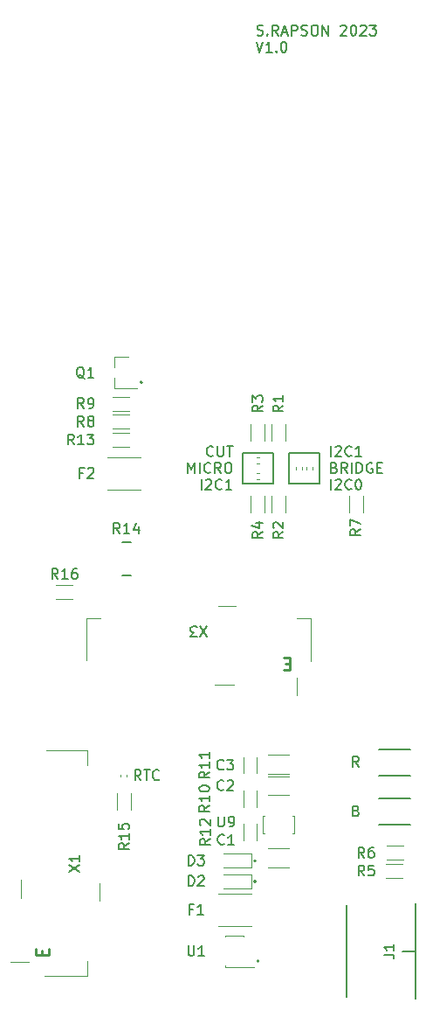
<source format=gbr>
%TF.GenerationSoftware,KiCad,Pcbnew,7.0.6*%
%TF.CreationDate,2023-08-09T14:48:53+09:30*%
%TF.ProjectId,backplane,6261636b-706c-4616-9e65-2e6b69636164,V1.0*%
%TF.SameCoordinates,Original*%
%TF.FileFunction,Legend,Top*%
%TF.FilePolarity,Positive*%
%FSLAX46Y46*%
G04 Gerber Fmt 4.6, Leading zero omitted, Abs format (unit mm)*
G04 Created by KiCad (PCBNEW 7.0.6) date 2023-08-09 14:48:53*
%MOMM*%
%LPD*%
G01*
G04 APERTURE LIST*
%ADD10C,0.200000*%
%ADD11C,0.150000*%
%ADD12C,0.250000*%
%ADD13C,0.100000*%
%ADD14C,0.120000*%
G04 APERTURE END LIST*
D10*
X138541101Y-125652219D02*
X138207768Y-125176028D01*
X137969673Y-125652219D02*
X137969673Y-124652219D01*
X137969673Y-124652219D02*
X138350625Y-124652219D01*
X138350625Y-124652219D02*
X138445863Y-124699838D01*
X138445863Y-124699838D02*
X138493482Y-124747457D01*
X138493482Y-124747457D02*
X138541101Y-124842695D01*
X138541101Y-124842695D02*
X138541101Y-124985552D01*
X138541101Y-124985552D02*
X138493482Y-125080790D01*
X138493482Y-125080790D02*
X138445863Y-125128409D01*
X138445863Y-125128409D02*
X138350625Y-125176028D01*
X138350625Y-125176028D02*
X137969673Y-125176028D01*
X138303006Y-129928409D02*
X138445863Y-129976028D01*
X138445863Y-129976028D02*
X138493482Y-130023647D01*
X138493482Y-130023647D02*
X138541101Y-130118885D01*
X138541101Y-130118885D02*
X138541101Y-130261742D01*
X138541101Y-130261742D02*
X138493482Y-130356980D01*
X138493482Y-130356980D02*
X138445863Y-130404600D01*
X138445863Y-130404600D02*
X138350625Y-130452219D01*
X138350625Y-130452219D02*
X137969673Y-130452219D01*
X137969673Y-130452219D02*
X137969673Y-129452219D01*
X137969673Y-129452219D02*
X138303006Y-129452219D01*
X138303006Y-129452219D02*
X138398244Y-129499838D01*
X138398244Y-129499838D02*
X138445863Y-129547457D01*
X138445863Y-129547457D02*
X138493482Y-129642695D01*
X138493482Y-129642695D02*
X138493482Y-129737933D01*
X138493482Y-129737933D02*
X138445863Y-129833171D01*
X138445863Y-129833171D02*
X138398244Y-129880790D01*
X138398244Y-129880790D02*
X138303006Y-129928409D01*
X138303006Y-129928409D02*
X137969673Y-129928409D01*
D11*
X128689160Y-54802200D02*
X128832017Y-54849819D01*
X128832017Y-54849819D02*
X129070112Y-54849819D01*
X129070112Y-54849819D02*
X129165350Y-54802200D01*
X129165350Y-54802200D02*
X129212969Y-54754580D01*
X129212969Y-54754580D02*
X129260588Y-54659342D01*
X129260588Y-54659342D02*
X129260588Y-54564104D01*
X129260588Y-54564104D02*
X129212969Y-54468866D01*
X129212969Y-54468866D02*
X129165350Y-54421247D01*
X129165350Y-54421247D02*
X129070112Y-54373628D01*
X129070112Y-54373628D02*
X128879636Y-54326009D01*
X128879636Y-54326009D02*
X128784398Y-54278390D01*
X128784398Y-54278390D02*
X128736779Y-54230771D01*
X128736779Y-54230771D02*
X128689160Y-54135533D01*
X128689160Y-54135533D02*
X128689160Y-54040295D01*
X128689160Y-54040295D02*
X128736779Y-53945057D01*
X128736779Y-53945057D02*
X128784398Y-53897438D01*
X128784398Y-53897438D02*
X128879636Y-53849819D01*
X128879636Y-53849819D02*
X129117731Y-53849819D01*
X129117731Y-53849819D02*
X129260588Y-53897438D01*
X129689160Y-54754580D02*
X129736779Y-54802200D01*
X129736779Y-54802200D02*
X129689160Y-54849819D01*
X129689160Y-54849819D02*
X129641541Y-54802200D01*
X129641541Y-54802200D02*
X129689160Y-54754580D01*
X129689160Y-54754580D02*
X129689160Y-54849819D01*
X130736778Y-54849819D02*
X130403445Y-54373628D01*
X130165350Y-54849819D02*
X130165350Y-53849819D01*
X130165350Y-53849819D02*
X130546302Y-53849819D01*
X130546302Y-53849819D02*
X130641540Y-53897438D01*
X130641540Y-53897438D02*
X130689159Y-53945057D01*
X130689159Y-53945057D02*
X130736778Y-54040295D01*
X130736778Y-54040295D02*
X130736778Y-54183152D01*
X130736778Y-54183152D02*
X130689159Y-54278390D01*
X130689159Y-54278390D02*
X130641540Y-54326009D01*
X130641540Y-54326009D02*
X130546302Y-54373628D01*
X130546302Y-54373628D02*
X130165350Y-54373628D01*
X131117731Y-54564104D02*
X131593921Y-54564104D01*
X131022493Y-54849819D02*
X131355826Y-53849819D01*
X131355826Y-53849819D02*
X131689159Y-54849819D01*
X132022493Y-54849819D02*
X132022493Y-53849819D01*
X132022493Y-53849819D02*
X132403445Y-53849819D01*
X132403445Y-53849819D02*
X132498683Y-53897438D01*
X132498683Y-53897438D02*
X132546302Y-53945057D01*
X132546302Y-53945057D02*
X132593921Y-54040295D01*
X132593921Y-54040295D02*
X132593921Y-54183152D01*
X132593921Y-54183152D02*
X132546302Y-54278390D01*
X132546302Y-54278390D02*
X132498683Y-54326009D01*
X132498683Y-54326009D02*
X132403445Y-54373628D01*
X132403445Y-54373628D02*
X132022493Y-54373628D01*
X132974874Y-54802200D02*
X133117731Y-54849819D01*
X133117731Y-54849819D02*
X133355826Y-54849819D01*
X133355826Y-54849819D02*
X133451064Y-54802200D01*
X133451064Y-54802200D02*
X133498683Y-54754580D01*
X133498683Y-54754580D02*
X133546302Y-54659342D01*
X133546302Y-54659342D02*
X133546302Y-54564104D01*
X133546302Y-54564104D02*
X133498683Y-54468866D01*
X133498683Y-54468866D02*
X133451064Y-54421247D01*
X133451064Y-54421247D02*
X133355826Y-54373628D01*
X133355826Y-54373628D02*
X133165350Y-54326009D01*
X133165350Y-54326009D02*
X133070112Y-54278390D01*
X133070112Y-54278390D02*
X133022493Y-54230771D01*
X133022493Y-54230771D02*
X132974874Y-54135533D01*
X132974874Y-54135533D02*
X132974874Y-54040295D01*
X132974874Y-54040295D02*
X133022493Y-53945057D01*
X133022493Y-53945057D02*
X133070112Y-53897438D01*
X133070112Y-53897438D02*
X133165350Y-53849819D01*
X133165350Y-53849819D02*
X133403445Y-53849819D01*
X133403445Y-53849819D02*
X133546302Y-53897438D01*
X134165350Y-53849819D02*
X134355826Y-53849819D01*
X134355826Y-53849819D02*
X134451064Y-53897438D01*
X134451064Y-53897438D02*
X134546302Y-53992676D01*
X134546302Y-53992676D02*
X134593921Y-54183152D01*
X134593921Y-54183152D02*
X134593921Y-54516485D01*
X134593921Y-54516485D02*
X134546302Y-54706961D01*
X134546302Y-54706961D02*
X134451064Y-54802200D01*
X134451064Y-54802200D02*
X134355826Y-54849819D01*
X134355826Y-54849819D02*
X134165350Y-54849819D01*
X134165350Y-54849819D02*
X134070112Y-54802200D01*
X134070112Y-54802200D02*
X133974874Y-54706961D01*
X133974874Y-54706961D02*
X133927255Y-54516485D01*
X133927255Y-54516485D02*
X133927255Y-54183152D01*
X133927255Y-54183152D02*
X133974874Y-53992676D01*
X133974874Y-53992676D02*
X134070112Y-53897438D01*
X134070112Y-53897438D02*
X134165350Y-53849819D01*
X135022493Y-54849819D02*
X135022493Y-53849819D01*
X135022493Y-53849819D02*
X135593921Y-54849819D01*
X135593921Y-54849819D02*
X135593921Y-53849819D01*
X136784398Y-53945057D02*
X136832017Y-53897438D01*
X136832017Y-53897438D02*
X136927255Y-53849819D01*
X136927255Y-53849819D02*
X137165350Y-53849819D01*
X137165350Y-53849819D02*
X137260588Y-53897438D01*
X137260588Y-53897438D02*
X137308207Y-53945057D01*
X137308207Y-53945057D02*
X137355826Y-54040295D01*
X137355826Y-54040295D02*
X137355826Y-54135533D01*
X137355826Y-54135533D02*
X137308207Y-54278390D01*
X137308207Y-54278390D02*
X136736779Y-54849819D01*
X136736779Y-54849819D02*
X137355826Y-54849819D01*
X137974874Y-53849819D02*
X138070112Y-53849819D01*
X138070112Y-53849819D02*
X138165350Y-53897438D01*
X138165350Y-53897438D02*
X138212969Y-53945057D01*
X138212969Y-53945057D02*
X138260588Y-54040295D01*
X138260588Y-54040295D02*
X138308207Y-54230771D01*
X138308207Y-54230771D02*
X138308207Y-54468866D01*
X138308207Y-54468866D02*
X138260588Y-54659342D01*
X138260588Y-54659342D02*
X138212969Y-54754580D01*
X138212969Y-54754580D02*
X138165350Y-54802200D01*
X138165350Y-54802200D02*
X138070112Y-54849819D01*
X138070112Y-54849819D02*
X137974874Y-54849819D01*
X137974874Y-54849819D02*
X137879636Y-54802200D01*
X137879636Y-54802200D02*
X137832017Y-54754580D01*
X137832017Y-54754580D02*
X137784398Y-54659342D01*
X137784398Y-54659342D02*
X137736779Y-54468866D01*
X137736779Y-54468866D02*
X137736779Y-54230771D01*
X137736779Y-54230771D02*
X137784398Y-54040295D01*
X137784398Y-54040295D02*
X137832017Y-53945057D01*
X137832017Y-53945057D02*
X137879636Y-53897438D01*
X137879636Y-53897438D02*
X137974874Y-53849819D01*
X138689160Y-53945057D02*
X138736779Y-53897438D01*
X138736779Y-53897438D02*
X138832017Y-53849819D01*
X138832017Y-53849819D02*
X139070112Y-53849819D01*
X139070112Y-53849819D02*
X139165350Y-53897438D01*
X139165350Y-53897438D02*
X139212969Y-53945057D01*
X139212969Y-53945057D02*
X139260588Y-54040295D01*
X139260588Y-54040295D02*
X139260588Y-54135533D01*
X139260588Y-54135533D02*
X139212969Y-54278390D01*
X139212969Y-54278390D02*
X138641541Y-54849819D01*
X138641541Y-54849819D02*
X139260588Y-54849819D01*
X139593922Y-53849819D02*
X140212969Y-53849819D01*
X140212969Y-53849819D02*
X139879636Y-54230771D01*
X139879636Y-54230771D02*
X140022493Y-54230771D01*
X140022493Y-54230771D02*
X140117731Y-54278390D01*
X140117731Y-54278390D02*
X140165350Y-54326009D01*
X140165350Y-54326009D02*
X140212969Y-54421247D01*
X140212969Y-54421247D02*
X140212969Y-54659342D01*
X140212969Y-54659342D02*
X140165350Y-54754580D01*
X140165350Y-54754580D02*
X140117731Y-54802200D01*
X140117731Y-54802200D02*
X140022493Y-54849819D01*
X140022493Y-54849819D02*
X139736779Y-54849819D01*
X139736779Y-54849819D02*
X139641541Y-54802200D01*
X139641541Y-54802200D02*
X139593922Y-54754580D01*
X128593922Y-55459819D02*
X128927255Y-56459819D01*
X128927255Y-56459819D02*
X129260588Y-55459819D01*
X130117731Y-56459819D02*
X129546303Y-56459819D01*
X129832017Y-56459819D02*
X129832017Y-55459819D01*
X129832017Y-55459819D02*
X129736779Y-55602676D01*
X129736779Y-55602676D02*
X129641541Y-55697914D01*
X129641541Y-55697914D02*
X129546303Y-55745533D01*
X130546303Y-56364580D02*
X130593922Y-56412200D01*
X130593922Y-56412200D02*
X130546303Y-56459819D01*
X130546303Y-56459819D02*
X130498684Y-56412200D01*
X130498684Y-56412200D02*
X130546303Y-56364580D01*
X130546303Y-56364580D02*
X130546303Y-56459819D01*
X131212969Y-55459819D02*
X131308207Y-55459819D01*
X131308207Y-55459819D02*
X131403445Y-55507438D01*
X131403445Y-55507438D02*
X131451064Y-55555057D01*
X131451064Y-55555057D02*
X131498683Y-55650295D01*
X131498683Y-55650295D02*
X131546302Y-55840771D01*
X131546302Y-55840771D02*
X131546302Y-56078866D01*
X131546302Y-56078866D02*
X131498683Y-56269342D01*
X131498683Y-56269342D02*
X131451064Y-56364580D01*
X131451064Y-56364580D02*
X131403445Y-56412200D01*
X131403445Y-56412200D02*
X131308207Y-56459819D01*
X131308207Y-56459819D02*
X131212969Y-56459819D01*
X131212969Y-56459819D02*
X131117731Y-56412200D01*
X131117731Y-56412200D02*
X131070112Y-56364580D01*
X131070112Y-56364580D02*
X131022493Y-56269342D01*
X131022493Y-56269342D02*
X130974874Y-56078866D01*
X130974874Y-56078866D02*
X130974874Y-55840771D01*
X130974874Y-55840771D02*
X131022493Y-55650295D01*
X131022493Y-55650295D02*
X131070112Y-55555057D01*
X131070112Y-55555057D02*
X131117731Y-55507438D01*
X131117731Y-55507438D02*
X131212969Y-55459819D01*
X127250000Y-95250000D02*
X130250000Y-95250000D01*
X130250000Y-98250000D01*
X127250000Y-98250000D01*
X127250000Y-95250000D01*
X131750000Y-95250000D02*
X134750000Y-95250000D01*
X134750000Y-98250000D01*
X131750000Y-98250000D01*
X131750000Y-95250000D01*
X117408207Y-126954819D02*
X117074874Y-126478628D01*
X116836779Y-126954819D02*
X116836779Y-125954819D01*
X116836779Y-125954819D02*
X117217731Y-125954819D01*
X117217731Y-125954819D02*
X117312969Y-126002438D01*
X117312969Y-126002438D02*
X117360588Y-126050057D01*
X117360588Y-126050057D02*
X117408207Y-126145295D01*
X117408207Y-126145295D02*
X117408207Y-126288152D01*
X117408207Y-126288152D02*
X117360588Y-126383390D01*
X117360588Y-126383390D02*
X117312969Y-126431009D01*
X117312969Y-126431009D02*
X117217731Y-126478628D01*
X117217731Y-126478628D02*
X116836779Y-126478628D01*
X117693922Y-125954819D02*
X118265350Y-125954819D01*
X117979636Y-126954819D02*
X117979636Y-125954819D01*
X119170112Y-126859580D02*
X119122493Y-126907200D01*
X119122493Y-126907200D02*
X118979636Y-126954819D01*
X118979636Y-126954819D02*
X118884398Y-126954819D01*
X118884398Y-126954819D02*
X118741541Y-126907200D01*
X118741541Y-126907200D02*
X118646303Y-126811961D01*
X118646303Y-126811961D02*
X118598684Y-126716723D01*
X118598684Y-126716723D02*
X118551065Y-126526247D01*
X118551065Y-126526247D02*
X118551065Y-126383390D01*
X118551065Y-126383390D02*
X118598684Y-126192914D01*
X118598684Y-126192914D02*
X118646303Y-126097676D01*
X118646303Y-126097676D02*
X118741541Y-126002438D01*
X118741541Y-126002438D02*
X118884398Y-125954819D01*
X118884398Y-125954819D02*
X118979636Y-125954819D01*
X118979636Y-125954819D02*
X119122493Y-126002438D01*
X119122493Y-126002438D02*
X119170112Y-126050057D01*
X124401315Y-95499580D02*
X124353696Y-95547200D01*
X124353696Y-95547200D02*
X124210839Y-95594819D01*
X124210839Y-95594819D02*
X124115601Y-95594819D01*
X124115601Y-95594819D02*
X123972744Y-95547200D01*
X123972744Y-95547200D02*
X123877506Y-95451961D01*
X123877506Y-95451961D02*
X123829887Y-95356723D01*
X123829887Y-95356723D02*
X123782268Y-95166247D01*
X123782268Y-95166247D02*
X123782268Y-95023390D01*
X123782268Y-95023390D02*
X123829887Y-94832914D01*
X123829887Y-94832914D02*
X123877506Y-94737676D01*
X123877506Y-94737676D02*
X123972744Y-94642438D01*
X123972744Y-94642438D02*
X124115601Y-94594819D01*
X124115601Y-94594819D02*
X124210839Y-94594819D01*
X124210839Y-94594819D02*
X124353696Y-94642438D01*
X124353696Y-94642438D02*
X124401315Y-94690057D01*
X124829887Y-94594819D02*
X124829887Y-95404342D01*
X124829887Y-95404342D02*
X124877506Y-95499580D01*
X124877506Y-95499580D02*
X124925125Y-95547200D01*
X124925125Y-95547200D02*
X125020363Y-95594819D01*
X125020363Y-95594819D02*
X125210839Y-95594819D01*
X125210839Y-95594819D02*
X125306077Y-95547200D01*
X125306077Y-95547200D02*
X125353696Y-95499580D01*
X125353696Y-95499580D02*
X125401315Y-95404342D01*
X125401315Y-95404342D02*
X125401315Y-94594819D01*
X125734649Y-94594819D02*
X126306077Y-94594819D01*
X126020363Y-95594819D02*
X126020363Y-94594819D01*
X121972745Y-97204819D02*
X121972745Y-96204819D01*
X121972745Y-96204819D02*
X122306078Y-96919104D01*
X122306078Y-96919104D02*
X122639411Y-96204819D01*
X122639411Y-96204819D02*
X122639411Y-97204819D01*
X123115602Y-97204819D02*
X123115602Y-96204819D01*
X124163220Y-97109580D02*
X124115601Y-97157200D01*
X124115601Y-97157200D02*
X123972744Y-97204819D01*
X123972744Y-97204819D02*
X123877506Y-97204819D01*
X123877506Y-97204819D02*
X123734649Y-97157200D01*
X123734649Y-97157200D02*
X123639411Y-97061961D01*
X123639411Y-97061961D02*
X123591792Y-96966723D01*
X123591792Y-96966723D02*
X123544173Y-96776247D01*
X123544173Y-96776247D02*
X123544173Y-96633390D01*
X123544173Y-96633390D02*
X123591792Y-96442914D01*
X123591792Y-96442914D02*
X123639411Y-96347676D01*
X123639411Y-96347676D02*
X123734649Y-96252438D01*
X123734649Y-96252438D02*
X123877506Y-96204819D01*
X123877506Y-96204819D02*
X123972744Y-96204819D01*
X123972744Y-96204819D02*
X124115601Y-96252438D01*
X124115601Y-96252438D02*
X124163220Y-96300057D01*
X125163220Y-97204819D02*
X124829887Y-96728628D01*
X124591792Y-97204819D02*
X124591792Y-96204819D01*
X124591792Y-96204819D02*
X124972744Y-96204819D01*
X124972744Y-96204819D02*
X125067982Y-96252438D01*
X125067982Y-96252438D02*
X125115601Y-96300057D01*
X125115601Y-96300057D02*
X125163220Y-96395295D01*
X125163220Y-96395295D02*
X125163220Y-96538152D01*
X125163220Y-96538152D02*
X125115601Y-96633390D01*
X125115601Y-96633390D02*
X125067982Y-96681009D01*
X125067982Y-96681009D02*
X124972744Y-96728628D01*
X124972744Y-96728628D02*
X124591792Y-96728628D01*
X125782268Y-96204819D02*
X125972744Y-96204819D01*
X125972744Y-96204819D02*
X126067982Y-96252438D01*
X126067982Y-96252438D02*
X126163220Y-96347676D01*
X126163220Y-96347676D02*
X126210839Y-96538152D01*
X126210839Y-96538152D02*
X126210839Y-96871485D01*
X126210839Y-96871485D02*
X126163220Y-97061961D01*
X126163220Y-97061961D02*
X126067982Y-97157200D01*
X126067982Y-97157200D02*
X125972744Y-97204819D01*
X125972744Y-97204819D02*
X125782268Y-97204819D01*
X125782268Y-97204819D02*
X125687030Y-97157200D01*
X125687030Y-97157200D02*
X125591792Y-97061961D01*
X125591792Y-97061961D02*
X125544173Y-96871485D01*
X125544173Y-96871485D02*
X125544173Y-96538152D01*
X125544173Y-96538152D02*
X125591792Y-96347676D01*
X125591792Y-96347676D02*
X125687030Y-96252438D01*
X125687030Y-96252438D02*
X125782268Y-96204819D01*
X123258459Y-98814819D02*
X123258459Y-97814819D01*
X123687030Y-97910057D02*
X123734649Y-97862438D01*
X123734649Y-97862438D02*
X123829887Y-97814819D01*
X123829887Y-97814819D02*
X124067982Y-97814819D01*
X124067982Y-97814819D02*
X124163220Y-97862438D01*
X124163220Y-97862438D02*
X124210839Y-97910057D01*
X124210839Y-97910057D02*
X124258458Y-98005295D01*
X124258458Y-98005295D02*
X124258458Y-98100533D01*
X124258458Y-98100533D02*
X124210839Y-98243390D01*
X124210839Y-98243390D02*
X123639411Y-98814819D01*
X123639411Y-98814819D02*
X124258458Y-98814819D01*
X125258458Y-98719580D02*
X125210839Y-98767200D01*
X125210839Y-98767200D02*
X125067982Y-98814819D01*
X125067982Y-98814819D02*
X124972744Y-98814819D01*
X124972744Y-98814819D02*
X124829887Y-98767200D01*
X124829887Y-98767200D02*
X124734649Y-98671961D01*
X124734649Y-98671961D02*
X124687030Y-98576723D01*
X124687030Y-98576723D02*
X124639411Y-98386247D01*
X124639411Y-98386247D02*
X124639411Y-98243390D01*
X124639411Y-98243390D02*
X124687030Y-98052914D01*
X124687030Y-98052914D02*
X124734649Y-97957676D01*
X124734649Y-97957676D02*
X124829887Y-97862438D01*
X124829887Y-97862438D02*
X124972744Y-97814819D01*
X124972744Y-97814819D02*
X125067982Y-97814819D01*
X125067982Y-97814819D02*
X125210839Y-97862438D01*
X125210839Y-97862438D02*
X125258458Y-97910057D01*
X126210839Y-98814819D02*
X125639411Y-98814819D01*
X125925125Y-98814819D02*
X125925125Y-97814819D01*
X125925125Y-97814819D02*
X125829887Y-97957676D01*
X125829887Y-97957676D02*
X125734649Y-98052914D01*
X125734649Y-98052914D02*
X125639411Y-98100533D01*
X135836779Y-95594819D02*
X135836779Y-94594819D01*
X136265350Y-94690057D02*
X136312969Y-94642438D01*
X136312969Y-94642438D02*
X136408207Y-94594819D01*
X136408207Y-94594819D02*
X136646302Y-94594819D01*
X136646302Y-94594819D02*
X136741540Y-94642438D01*
X136741540Y-94642438D02*
X136789159Y-94690057D01*
X136789159Y-94690057D02*
X136836778Y-94785295D01*
X136836778Y-94785295D02*
X136836778Y-94880533D01*
X136836778Y-94880533D02*
X136789159Y-95023390D01*
X136789159Y-95023390D02*
X136217731Y-95594819D01*
X136217731Y-95594819D02*
X136836778Y-95594819D01*
X137836778Y-95499580D02*
X137789159Y-95547200D01*
X137789159Y-95547200D02*
X137646302Y-95594819D01*
X137646302Y-95594819D02*
X137551064Y-95594819D01*
X137551064Y-95594819D02*
X137408207Y-95547200D01*
X137408207Y-95547200D02*
X137312969Y-95451961D01*
X137312969Y-95451961D02*
X137265350Y-95356723D01*
X137265350Y-95356723D02*
X137217731Y-95166247D01*
X137217731Y-95166247D02*
X137217731Y-95023390D01*
X137217731Y-95023390D02*
X137265350Y-94832914D01*
X137265350Y-94832914D02*
X137312969Y-94737676D01*
X137312969Y-94737676D02*
X137408207Y-94642438D01*
X137408207Y-94642438D02*
X137551064Y-94594819D01*
X137551064Y-94594819D02*
X137646302Y-94594819D01*
X137646302Y-94594819D02*
X137789159Y-94642438D01*
X137789159Y-94642438D02*
X137836778Y-94690057D01*
X138789159Y-95594819D02*
X138217731Y-95594819D01*
X138503445Y-95594819D02*
X138503445Y-94594819D01*
X138503445Y-94594819D02*
X138408207Y-94737676D01*
X138408207Y-94737676D02*
X138312969Y-94832914D01*
X138312969Y-94832914D02*
X138217731Y-94880533D01*
X136170112Y-96681009D02*
X136312969Y-96728628D01*
X136312969Y-96728628D02*
X136360588Y-96776247D01*
X136360588Y-96776247D02*
X136408207Y-96871485D01*
X136408207Y-96871485D02*
X136408207Y-97014342D01*
X136408207Y-97014342D02*
X136360588Y-97109580D01*
X136360588Y-97109580D02*
X136312969Y-97157200D01*
X136312969Y-97157200D02*
X136217731Y-97204819D01*
X136217731Y-97204819D02*
X135836779Y-97204819D01*
X135836779Y-97204819D02*
X135836779Y-96204819D01*
X135836779Y-96204819D02*
X136170112Y-96204819D01*
X136170112Y-96204819D02*
X136265350Y-96252438D01*
X136265350Y-96252438D02*
X136312969Y-96300057D01*
X136312969Y-96300057D02*
X136360588Y-96395295D01*
X136360588Y-96395295D02*
X136360588Y-96490533D01*
X136360588Y-96490533D02*
X136312969Y-96585771D01*
X136312969Y-96585771D02*
X136265350Y-96633390D01*
X136265350Y-96633390D02*
X136170112Y-96681009D01*
X136170112Y-96681009D02*
X135836779Y-96681009D01*
X137408207Y-97204819D02*
X137074874Y-96728628D01*
X136836779Y-97204819D02*
X136836779Y-96204819D01*
X136836779Y-96204819D02*
X137217731Y-96204819D01*
X137217731Y-96204819D02*
X137312969Y-96252438D01*
X137312969Y-96252438D02*
X137360588Y-96300057D01*
X137360588Y-96300057D02*
X137408207Y-96395295D01*
X137408207Y-96395295D02*
X137408207Y-96538152D01*
X137408207Y-96538152D02*
X137360588Y-96633390D01*
X137360588Y-96633390D02*
X137312969Y-96681009D01*
X137312969Y-96681009D02*
X137217731Y-96728628D01*
X137217731Y-96728628D02*
X136836779Y-96728628D01*
X137836779Y-97204819D02*
X137836779Y-96204819D01*
X138312969Y-97204819D02*
X138312969Y-96204819D01*
X138312969Y-96204819D02*
X138551064Y-96204819D01*
X138551064Y-96204819D02*
X138693921Y-96252438D01*
X138693921Y-96252438D02*
X138789159Y-96347676D01*
X138789159Y-96347676D02*
X138836778Y-96442914D01*
X138836778Y-96442914D02*
X138884397Y-96633390D01*
X138884397Y-96633390D02*
X138884397Y-96776247D01*
X138884397Y-96776247D02*
X138836778Y-96966723D01*
X138836778Y-96966723D02*
X138789159Y-97061961D01*
X138789159Y-97061961D02*
X138693921Y-97157200D01*
X138693921Y-97157200D02*
X138551064Y-97204819D01*
X138551064Y-97204819D02*
X138312969Y-97204819D01*
X139836778Y-96252438D02*
X139741540Y-96204819D01*
X139741540Y-96204819D02*
X139598683Y-96204819D01*
X139598683Y-96204819D02*
X139455826Y-96252438D01*
X139455826Y-96252438D02*
X139360588Y-96347676D01*
X139360588Y-96347676D02*
X139312969Y-96442914D01*
X139312969Y-96442914D02*
X139265350Y-96633390D01*
X139265350Y-96633390D02*
X139265350Y-96776247D01*
X139265350Y-96776247D02*
X139312969Y-96966723D01*
X139312969Y-96966723D02*
X139360588Y-97061961D01*
X139360588Y-97061961D02*
X139455826Y-97157200D01*
X139455826Y-97157200D02*
X139598683Y-97204819D01*
X139598683Y-97204819D02*
X139693921Y-97204819D01*
X139693921Y-97204819D02*
X139836778Y-97157200D01*
X139836778Y-97157200D02*
X139884397Y-97109580D01*
X139884397Y-97109580D02*
X139884397Y-96776247D01*
X139884397Y-96776247D02*
X139693921Y-96776247D01*
X140312969Y-96681009D02*
X140646302Y-96681009D01*
X140789159Y-97204819D02*
X140312969Y-97204819D01*
X140312969Y-97204819D02*
X140312969Y-96204819D01*
X140312969Y-96204819D02*
X140789159Y-96204819D01*
X135836779Y-98814819D02*
X135836779Y-97814819D01*
X136265350Y-97910057D02*
X136312969Y-97862438D01*
X136312969Y-97862438D02*
X136408207Y-97814819D01*
X136408207Y-97814819D02*
X136646302Y-97814819D01*
X136646302Y-97814819D02*
X136741540Y-97862438D01*
X136741540Y-97862438D02*
X136789159Y-97910057D01*
X136789159Y-97910057D02*
X136836778Y-98005295D01*
X136836778Y-98005295D02*
X136836778Y-98100533D01*
X136836778Y-98100533D02*
X136789159Y-98243390D01*
X136789159Y-98243390D02*
X136217731Y-98814819D01*
X136217731Y-98814819D02*
X136836778Y-98814819D01*
X137836778Y-98719580D02*
X137789159Y-98767200D01*
X137789159Y-98767200D02*
X137646302Y-98814819D01*
X137646302Y-98814819D02*
X137551064Y-98814819D01*
X137551064Y-98814819D02*
X137408207Y-98767200D01*
X137408207Y-98767200D02*
X137312969Y-98671961D01*
X137312969Y-98671961D02*
X137265350Y-98576723D01*
X137265350Y-98576723D02*
X137217731Y-98386247D01*
X137217731Y-98386247D02*
X137217731Y-98243390D01*
X137217731Y-98243390D02*
X137265350Y-98052914D01*
X137265350Y-98052914D02*
X137312969Y-97957676D01*
X137312969Y-97957676D02*
X137408207Y-97862438D01*
X137408207Y-97862438D02*
X137551064Y-97814819D01*
X137551064Y-97814819D02*
X137646302Y-97814819D01*
X137646302Y-97814819D02*
X137789159Y-97862438D01*
X137789159Y-97862438D02*
X137836778Y-97910057D01*
X138455826Y-97814819D02*
X138551064Y-97814819D01*
X138551064Y-97814819D02*
X138646302Y-97862438D01*
X138646302Y-97862438D02*
X138693921Y-97910057D01*
X138693921Y-97910057D02*
X138741540Y-98005295D01*
X138741540Y-98005295D02*
X138789159Y-98195771D01*
X138789159Y-98195771D02*
X138789159Y-98433866D01*
X138789159Y-98433866D02*
X138741540Y-98624342D01*
X138741540Y-98624342D02*
X138693921Y-98719580D01*
X138693921Y-98719580D02*
X138646302Y-98767200D01*
X138646302Y-98767200D02*
X138551064Y-98814819D01*
X138551064Y-98814819D02*
X138455826Y-98814819D01*
X138455826Y-98814819D02*
X138360588Y-98767200D01*
X138360588Y-98767200D02*
X138312969Y-98719580D01*
X138312969Y-98719580D02*
X138265350Y-98624342D01*
X138265350Y-98624342D02*
X138217731Y-98433866D01*
X138217731Y-98433866D02*
X138217731Y-98195771D01*
X138217731Y-98195771D02*
X138265350Y-98005295D01*
X138265350Y-98005295D02*
X138312969Y-97910057D01*
X138312969Y-97910057D02*
X138360588Y-97862438D01*
X138360588Y-97862438D02*
X138455826Y-97814819D01*
X131204819Y-90666666D02*
X130728628Y-90999999D01*
X131204819Y-91238094D02*
X130204819Y-91238094D01*
X130204819Y-91238094D02*
X130204819Y-90857142D01*
X130204819Y-90857142D02*
X130252438Y-90761904D01*
X130252438Y-90761904D02*
X130300057Y-90714285D01*
X130300057Y-90714285D02*
X130395295Y-90666666D01*
X130395295Y-90666666D02*
X130538152Y-90666666D01*
X130538152Y-90666666D02*
X130633390Y-90714285D01*
X130633390Y-90714285D02*
X130681009Y-90761904D01*
X130681009Y-90761904D02*
X130728628Y-90857142D01*
X130728628Y-90857142D02*
X130728628Y-91238094D01*
X131204819Y-89714285D02*
X131204819Y-90285713D01*
X131204819Y-89999999D02*
X130204819Y-89999999D01*
X130204819Y-89999999D02*
X130347676Y-90095237D01*
X130347676Y-90095237D02*
X130442914Y-90190475D01*
X130442914Y-90190475D02*
X130490533Y-90285713D01*
X122011905Y-135204819D02*
X122011905Y-134204819D01*
X122011905Y-134204819D02*
X122250000Y-134204819D01*
X122250000Y-134204819D02*
X122392857Y-134252438D01*
X122392857Y-134252438D02*
X122488095Y-134347676D01*
X122488095Y-134347676D02*
X122535714Y-134442914D01*
X122535714Y-134442914D02*
X122583333Y-134633390D01*
X122583333Y-134633390D02*
X122583333Y-134776247D01*
X122583333Y-134776247D02*
X122535714Y-134966723D01*
X122535714Y-134966723D02*
X122488095Y-135061961D01*
X122488095Y-135061961D02*
X122392857Y-135157200D01*
X122392857Y-135157200D02*
X122250000Y-135204819D01*
X122250000Y-135204819D02*
X122011905Y-135204819D01*
X122916667Y-134204819D02*
X123535714Y-134204819D01*
X123535714Y-134204819D02*
X123202381Y-134585771D01*
X123202381Y-134585771D02*
X123345238Y-134585771D01*
X123345238Y-134585771D02*
X123440476Y-134633390D01*
X123440476Y-134633390D02*
X123488095Y-134681009D01*
X123488095Y-134681009D02*
X123535714Y-134776247D01*
X123535714Y-134776247D02*
X123535714Y-135014342D01*
X123535714Y-135014342D02*
X123488095Y-135109580D01*
X123488095Y-135109580D02*
X123440476Y-135157200D01*
X123440476Y-135157200D02*
X123345238Y-135204819D01*
X123345238Y-135204819D02*
X123059524Y-135204819D01*
X123059524Y-135204819D02*
X122964286Y-135157200D01*
X122964286Y-135157200D02*
X122916667Y-135109580D01*
X131204819Y-102916666D02*
X130728628Y-103249999D01*
X131204819Y-103488094D02*
X130204819Y-103488094D01*
X130204819Y-103488094D02*
X130204819Y-103107142D01*
X130204819Y-103107142D02*
X130252438Y-103011904D01*
X130252438Y-103011904D02*
X130300057Y-102964285D01*
X130300057Y-102964285D02*
X130395295Y-102916666D01*
X130395295Y-102916666D02*
X130538152Y-102916666D01*
X130538152Y-102916666D02*
X130633390Y-102964285D01*
X130633390Y-102964285D02*
X130681009Y-103011904D01*
X130681009Y-103011904D02*
X130728628Y-103107142D01*
X130728628Y-103107142D02*
X130728628Y-103488094D01*
X130300057Y-102535713D02*
X130252438Y-102488094D01*
X130252438Y-102488094D02*
X130204819Y-102392856D01*
X130204819Y-102392856D02*
X130204819Y-102154761D01*
X130204819Y-102154761D02*
X130252438Y-102059523D01*
X130252438Y-102059523D02*
X130300057Y-102011904D01*
X130300057Y-102011904D02*
X130395295Y-101964285D01*
X130395295Y-101964285D02*
X130490533Y-101964285D01*
X130490533Y-101964285D02*
X130633390Y-102011904D01*
X130633390Y-102011904D02*
X131204819Y-102583332D01*
X131204819Y-102583332D02*
X131204819Y-101964285D01*
X111872142Y-90954819D02*
X111538809Y-90478628D01*
X111300714Y-90954819D02*
X111300714Y-89954819D01*
X111300714Y-89954819D02*
X111681666Y-89954819D01*
X111681666Y-89954819D02*
X111776904Y-90002438D01*
X111776904Y-90002438D02*
X111824523Y-90050057D01*
X111824523Y-90050057D02*
X111872142Y-90145295D01*
X111872142Y-90145295D02*
X111872142Y-90288152D01*
X111872142Y-90288152D02*
X111824523Y-90383390D01*
X111824523Y-90383390D02*
X111776904Y-90431009D01*
X111776904Y-90431009D02*
X111681666Y-90478628D01*
X111681666Y-90478628D02*
X111300714Y-90478628D01*
X112348333Y-90954819D02*
X112538809Y-90954819D01*
X112538809Y-90954819D02*
X112634047Y-90907200D01*
X112634047Y-90907200D02*
X112681666Y-90859580D01*
X112681666Y-90859580D02*
X112776904Y-90716723D01*
X112776904Y-90716723D02*
X112824523Y-90526247D01*
X112824523Y-90526247D02*
X112824523Y-90145295D01*
X112824523Y-90145295D02*
X112776904Y-90050057D01*
X112776904Y-90050057D02*
X112729285Y-90002438D01*
X112729285Y-90002438D02*
X112634047Y-89954819D01*
X112634047Y-89954819D02*
X112443571Y-89954819D01*
X112443571Y-89954819D02*
X112348333Y-90002438D01*
X112348333Y-90002438D02*
X112300714Y-90050057D01*
X112300714Y-90050057D02*
X112253095Y-90145295D01*
X112253095Y-90145295D02*
X112253095Y-90383390D01*
X112253095Y-90383390D02*
X112300714Y-90478628D01*
X112300714Y-90478628D02*
X112348333Y-90526247D01*
X112348333Y-90526247D02*
X112443571Y-90573866D01*
X112443571Y-90573866D02*
X112634047Y-90573866D01*
X112634047Y-90573866D02*
X112729285Y-90526247D01*
X112729285Y-90526247D02*
X112776904Y-90478628D01*
X112776904Y-90478628D02*
X112824523Y-90383390D01*
X110454819Y-135809523D02*
X111454819Y-135142857D01*
X110454819Y-135142857D02*
X111454819Y-135809523D01*
X111454819Y-134238095D02*
X111454819Y-134809523D01*
X111454819Y-134523809D02*
X110454819Y-134523809D01*
X110454819Y-134523809D02*
X110597676Y-134619047D01*
X110597676Y-134619047D02*
X110692914Y-134714285D01*
X110692914Y-134714285D02*
X110740533Y-134809523D01*
D12*
X107811571Y-143849812D02*
X107811571Y-143449812D01*
X108440142Y-143278384D02*
X108440142Y-143849812D01*
X108440142Y-143849812D02*
X107240142Y-143849812D01*
X107240142Y-143849812D02*
X107240142Y-143278384D01*
D11*
X111776904Y-97181009D02*
X111443571Y-97181009D01*
X111443571Y-97704819D02*
X111443571Y-96704819D01*
X111443571Y-96704819D02*
X111919761Y-96704819D01*
X112253095Y-96800057D02*
X112300714Y-96752438D01*
X112300714Y-96752438D02*
X112395952Y-96704819D01*
X112395952Y-96704819D02*
X112634047Y-96704819D01*
X112634047Y-96704819D02*
X112729285Y-96752438D01*
X112729285Y-96752438D02*
X112776904Y-96800057D01*
X112776904Y-96800057D02*
X112824523Y-96895295D01*
X112824523Y-96895295D02*
X112824523Y-96990533D01*
X112824523Y-96990533D02*
X112776904Y-97133390D01*
X112776904Y-97133390D02*
X112205476Y-97704819D01*
X112205476Y-97704819D02*
X112824523Y-97704819D01*
X125433333Y-127859580D02*
X125385714Y-127907200D01*
X125385714Y-127907200D02*
X125242857Y-127954819D01*
X125242857Y-127954819D02*
X125147619Y-127954819D01*
X125147619Y-127954819D02*
X125004762Y-127907200D01*
X125004762Y-127907200D02*
X124909524Y-127811961D01*
X124909524Y-127811961D02*
X124861905Y-127716723D01*
X124861905Y-127716723D02*
X124814286Y-127526247D01*
X124814286Y-127526247D02*
X124814286Y-127383390D01*
X124814286Y-127383390D02*
X124861905Y-127192914D01*
X124861905Y-127192914D02*
X124909524Y-127097676D01*
X124909524Y-127097676D02*
X125004762Y-127002438D01*
X125004762Y-127002438D02*
X125147619Y-126954819D01*
X125147619Y-126954819D02*
X125242857Y-126954819D01*
X125242857Y-126954819D02*
X125385714Y-127002438D01*
X125385714Y-127002438D02*
X125433333Y-127050057D01*
X125814286Y-127050057D02*
X125861905Y-127002438D01*
X125861905Y-127002438D02*
X125957143Y-126954819D01*
X125957143Y-126954819D02*
X126195238Y-126954819D01*
X126195238Y-126954819D02*
X126290476Y-127002438D01*
X126290476Y-127002438D02*
X126338095Y-127050057D01*
X126338095Y-127050057D02*
X126385714Y-127145295D01*
X126385714Y-127145295D02*
X126385714Y-127240533D01*
X126385714Y-127240533D02*
X126338095Y-127383390D01*
X126338095Y-127383390D02*
X125766667Y-127954819D01*
X125766667Y-127954819D02*
X126385714Y-127954819D01*
X140954819Y-143841583D02*
X141669104Y-143841583D01*
X141669104Y-143841583D02*
X141811961Y-143889202D01*
X141811961Y-143889202D02*
X141907200Y-143984440D01*
X141907200Y-143984440D02*
X141954819Y-144127297D01*
X141954819Y-144127297D02*
X141954819Y-144222535D01*
X141954819Y-142841583D02*
X141954819Y-143413011D01*
X141954819Y-143127297D02*
X140954819Y-143127297D01*
X140954819Y-143127297D02*
X141097676Y-143222535D01*
X141097676Y-143222535D02*
X141192914Y-143317773D01*
X141192914Y-143317773D02*
X141240533Y-143413011D01*
X125433333Y-125859580D02*
X125385714Y-125907200D01*
X125385714Y-125907200D02*
X125242857Y-125954819D01*
X125242857Y-125954819D02*
X125147619Y-125954819D01*
X125147619Y-125954819D02*
X125004762Y-125907200D01*
X125004762Y-125907200D02*
X124909524Y-125811961D01*
X124909524Y-125811961D02*
X124861905Y-125716723D01*
X124861905Y-125716723D02*
X124814286Y-125526247D01*
X124814286Y-125526247D02*
X124814286Y-125383390D01*
X124814286Y-125383390D02*
X124861905Y-125192914D01*
X124861905Y-125192914D02*
X124909524Y-125097676D01*
X124909524Y-125097676D02*
X125004762Y-125002438D01*
X125004762Y-125002438D02*
X125147619Y-124954819D01*
X125147619Y-124954819D02*
X125242857Y-124954819D01*
X125242857Y-124954819D02*
X125385714Y-125002438D01*
X125385714Y-125002438D02*
X125433333Y-125050057D01*
X125766667Y-124954819D02*
X126385714Y-124954819D01*
X126385714Y-124954819D02*
X126052381Y-125335771D01*
X126052381Y-125335771D02*
X126195238Y-125335771D01*
X126195238Y-125335771D02*
X126290476Y-125383390D01*
X126290476Y-125383390D02*
X126338095Y-125431009D01*
X126338095Y-125431009D02*
X126385714Y-125526247D01*
X126385714Y-125526247D02*
X126385714Y-125764342D01*
X126385714Y-125764342D02*
X126338095Y-125859580D01*
X126338095Y-125859580D02*
X126290476Y-125907200D01*
X126290476Y-125907200D02*
X126195238Y-125954819D01*
X126195238Y-125954819D02*
X125909524Y-125954819D01*
X125909524Y-125954819D02*
X125814286Y-125907200D01*
X125814286Y-125907200D02*
X125766667Y-125859580D01*
X123809523Y-113045180D02*
X123142857Y-112045180D01*
X123142857Y-113045180D02*
X123809523Y-112045180D01*
X122857142Y-113045180D02*
X122238095Y-113045180D01*
X122238095Y-113045180D02*
X122571428Y-112664228D01*
X122571428Y-112664228D02*
X122428571Y-112664228D01*
X122428571Y-112664228D02*
X122333333Y-112616609D01*
X122333333Y-112616609D02*
X122285714Y-112568990D01*
X122285714Y-112568990D02*
X122238095Y-112473752D01*
X122238095Y-112473752D02*
X122238095Y-112235657D01*
X122238095Y-112235657D02*
X122285714Y-112140419D01*
X122285714Y-112140419D02*
X122333333Y-112092800D01*
X122333333Y-112092800D02*
X122428571Y-112045180D01*
X122428571Y-112045180D02*
X122714285Y-112045180D01*
X122714285Y-112045180D02*
X122809523Y-112092800D01*
X122809523Y-112092800D02*
X122857142Y-112140419D01*
D12*
X131849812Y-115688428D02*
X131449812Y-115688428D01*
X131278384Y-115059857D02*
X131849812Y-115059857D01*
X131849812Y-115059857D02*
X131849812Y-116259857D01*
X131849812Y-116259857D02*
X131278384Y-116259857D01*
D11*
X116254819Y-133042857D02*
X115778628Y-133376190D01*
X116254819Y-133614285D02*
X115254819Y-133614285D01*
X115254819Y-133614285D02*
X115254819Y-133233333D01*
X115254819Y-133233333D02*
X115302438Y-133138095D01*
X115302438Y-133138095D02*
X115350057Y-133090476D01*
X115350057Y-133090476D02*
X115445295Y-133042857D01*
X115445295Y-133042857D02*
X115588152Y-133042857D01*
X115588152Y-133042857D02*
X115683390Y-133090476D01*
X115683390Y-133090476D02*
X115731009Y-133138095D01*
X115731009Y-133138095D02*
X115778628Y-133233333D01*
X115778628Y-133233333D02*
X115778628Y-133614285D01*
X116254819Y-132090476D02*
X116254819Y-132661904D01*
X116254819Y-132376190D02*
X115254819Y-132376190D01*
X115254819Y-132376190D02*
X115397676Y-132471428D01*
X115397676Y-132471428D02*
X115492914Y-132566666D01*
X115492914Y-132566666D02*
X115540533Y-132661904D01*
X115254819Y-131185714D02*
X115254819Y-131661904D01*
X115254819Y-131661904D02*
X115731009Y-131709523D01*
X115731009Y-131709523D02*
X115683390Y-131661904D01*
X115683390Y-131661904D02*
X115635771Y-131566666D01*
X115635771Y-131566666D02*
X115635771Y-131328571D01*
X115635771Y-131328571D02*
X115683390Y-131233333D01*
X115683390Y-131233333D02*
X115731009Y-131185714D01*
X115731009Y-131185714D02*
X115826247Y-131138095D01*
X115826247Y-131138095D02*
X116064342Y-131138095D01*
X116064342Y-131138095D02*
X116159580Y-131185714D01*
X116159580Y-131185714D02*
X116207200Y-131233333D01*
X116207200Y-131233333D02*
X116254819Y-131328571D01*
X116254819Y-131328571D02*
X116254819Y-131566666D01*
X116254819Y-131566666D02*
X116207200Y-131661904D01*
X116207200Y-131661904D02*
X116159580Y-131709523D01*
X122011905Y-137204819D02*
X122011905Y-136204819D01*
X122011905Y-136204819D02*
X122250000Y-136204819D01*
X122250000Y-136204819D02*
X122392857Y-136252438D01*
X122392857Y-136252438D02*
X122488095Y-136347676D01*
X122488095Y-136347676D02*
X122535714Y-136442914D01*
X122535714Y-136442914D02*
X122583333Y-136633390D01*
X122583333Y-136633390D02*
X122583333Y-136776247D01*
X122583333Y-136776247D02*
X122535714Y-136966723D01*
X122535714Y-136966723D02*
X122488095Y-137061961D01*
X122488095Y-137061961D02*
X122392857Y-137157200D01*
X122392857Y-137157200D02*
X122250000Y-137204819D01*
X122250000Y-137204819D02*
X122011905Y-137204819D01*
X122964286Y-136300057D02*
X123011905Y-136252438D01*
X123011905Y-136252438D02*
X123107143Y-136204819D01*
X123107143Y-136204819D02*
X123345238Y-136204819D01*
X123345238Y-136204819D02*
X123440476Y-136252438D01*
X123440476Y-136252438D02*
X123488095Y-136300057D01*
X123488095Y-136300057D02*
X123535714Y-136395295D01*
X123535714Y-136395295D02*
X123535714Y-136490533D01*
X123535714Y-136490533D02*
X123488095Y-136633390D01*
X123488095Y-136633390D02*
X122916667Y-137204819D01*
X122916667Y-137204819D02*
X123535714Y-137204819D01*
X125483333Y-133109580D02*
X125435714Y-133157200D01*
X125435714Y-133157200D02*
X125292857Y-133204819D01*
X125292857Y-133204819D02*
X125197619Y-133204819D01*
X125197619Y-133204819D02*
X125054762Y-133157200D01*
X125054762Y-133157200D02*
X124959524Y-133061961D01*
X124959524Y-133061961D02*
X124911905Y-132966723D01*
X124911905Y-132966723D02*
X124864286Y-132776247D01*
X124864286Y-132776247D02*
X124864286Y-132633390D01*
X124864286Y-132633390D02*
X124911905Y-132442914D01*
X124911905Y-132442914D02*
X124959524Y-132347676D01*
X124959524Y-132347676D02*
X125054762Y-132252438D01*
X125054762Y-132252438D02*
X125197619Y-132204819D01*
X125197619Y-132204819D02*
X125292857Y-132204819D01*
X125292857Y-132204819D02*
X125435714Y-132252438D01*
X125435714Y-132252438D02*
X125483333Y-132300057D01*
X126435714Y-133204819D02*
X125864286Y-133204819D01*
X126150000Y-133204819D02*
X126150000Y-132204819D01*
X126150000Y-132204819D02*
X126054762Y-132347676D01*
X126054762Y-132347676D02*
X125959524Y-132442914D01*
X125959524Y-132442914D02*
X125864286Y-132490533D01*
X109357142Y-107454819D02*
X109023809Y-106978628D01*
X108785714Y-107454819D02*
X108785714Y-106454819D01*
X108785714Y-106454819D02*
X109166666Y-106454819D01*
X109166666Y-106454819D02*
X109261904Y-106502438D01*
X109261904Y-106502438D02*
X109309523Y-106550057D01*
X109309523Y-106550057D02*
X109357142Y-106645295D01*
X109357142Y-106645295D02*
X109357142Y-106788152D01*
X109357142Y-106788152D02*
X109309523Y-106883390D01*
X109309523Y-106883390D02*
X109261904Y-106931009D01*
X109261904Y-106931009D02*
X109166666Y-106978628D01*
X109166666Y-106978628D02*
X108785714Y-106978628D01*
X110309523Y-107454819D02*
X109738095Y-107454819D01*
X110023809Y-107454819D02*
X110023809Y-106454819D01*
X110023809Y-106454819D02*
X109928571Y-106597676D01*
X109928571Y-106597676D02*
X109833333Y-106692914D01*
X109833333Y-106692914D02*
X109738095Y-106740533D01*
X111166666Y-106454819D02*
X110976190Y-106454819D01*
X110976190Y-106454819D02*
X110880952Y-106502438D01*
X110880952Y-106502438D02*
X110833333Y-106550057D01*
X110833333Y-106550057D02*
X110738095Y-106692914D01*
X110738095Y-106692914D02*
X110690476Y-106883390D01*
X110690476Y-106883390D02*
X110690476Y-107264342D01*
X110690476Y-107264342D02*
X110738095Y-107359580D01*
X110738095Y-107359580D02*
X110785714Y-107407200D01*
X110785714Y-107407200D02*
X110880952Y-107454819D01*
X110880952Y-107454819D02*
X111071428Y-107454819D01*
X111071428Y-107454819D02*
X111166666Y-107407200D01*
X111166666Y-107407200D02*
X111214285Y-107359580D01*
X111214285Y-107359580D02*
X111261904Y-107264342D01*
X111261904Y-107264342D02*
X111261904Y-107026247D01*
X111261904Y-107026247D02*
X111214285Y-106931009D01*
X111214285Y-106931009D02*
X111166666Y-106883390D01*
X111166666Y-106883390D02*
X111071428Y-106835771D01*
X111071428Y-106835771D02*
X110880952Y-106835771D01*
X110880952Y-106835771D02*
X110785714Y-106883390D01*
X110785714Y-106883390D02*
X110738095Y-106931009D01*
X110738095Y-106931009D02*
X110690476Y-107026247D01*
X111919761Y-88050057D02*
X111824523Y-88002438D01*
X111824523Y-88002438D02*
X111729285Y-87907200D01*
X111729285Y-87907200D02*
X111586428Y-87764342D01*
X111586428Y-87764342D02*
X111491190Y-87716723D01*
X111491190Y-87716723D02*
X111395952Y-87716723D01*
X111443571Y-87954819D02*
X111348333Y-87907200D01*
X111348333Y-87907200D02*
X111253095Y-87811961D01*
X111253095Y-87811961D02*
X111205476Y-87621485D01*
X111205476Y-87621485D02*
X111205476Y-87288152D01*
X111205476Y-87288152D02*
X111253095Y-87097676D01*
X111253095Y-87097676D02*
X111348333Y-87002438D01*
X111348333Y-87002438D02*
X111443571Y-86954819D01*
X111443571Y-86954819D02*
X111634047Y-86954819D01*
X111634047Y-86954819D02*
X111729285Y-87002438D01*
X111729285Y-87002438D02*
X111824523Y-87097676D01*
X111824523Y-87097676D02*
X111872142Y-87288152D01*
X111872142Y-87288152D02*
X111872142Y-87621485D01*
X111872142Y-87621485D02*
X111824523Y-87811961D01*
X111824523Y-87811961D02*
X111729285Y-87907200D01*
X111729285Y-87907200D02*
X111634047Y-87954819D01*
X111634047Y-87954819D02*
X111443571Y-87954819D01*
X112824523Y-87954819D02*
X112253095Y-87954819D01*
X112538809Y-87954819D02*
X112538809Y-86954819D01*
X112538809Y-86954819D02*
X112443571Y-87097676D01*
X112443571Y-87097676D02*
X112348333Y-87192914D01*
X112348333Y-87192914D02*
X112253095Y-87240533D01*
X129204819Y-90666666D02*
X128728628Y-90999999D01*
X129204819Y-91238094D02*
X128204819Y-91238094D01*
X128204819Y-91238094D02*
X128204819Y-90857142D01*
X128204819Y-90857142D02*
X128252438Y-90761904D01*
X128252438Y-90761904D02*
X128300057Y-90714285D01*
X128300057Y-90714285D02*
X128395295Y-90666666D01*
X128395295Y-90666666D02*
X128538152Y-90666666D01*
X128538152Y-90666666D02*
X128633390Y-90714285D01*
X128633390Y-90714285D02*
X128681009Y-90761904D01*
X128681009Y-90761904D02*
X128728628Y-90857142D01*
X128728628Y-90857142D02*
X128728628Y-91238094D01*
X128204819Y-90333332D02*
X128204819Y-89714285D01*
X128204819Y-89714285D02*
X128585771Y-90047618D01*
X128585771Y-90047618D02*
X128585771Y-89904761D01*
X128585771Y-89904761D02*
X128633390Y-89809523D01*
X128633390Y-89809523D02*
X128681009Y-89761904D01*
X128681009Y-89761904D02*
X128776247Y-89714285D01*
X128776247Y-89714285D02*
X129014342Y-89714285D01*
X129014342Y-89714285D02*
X129109580Y-89761904D01*
X129109580Y-89761904D02*
X129157200Y-89809523D01*
X129157200Y-89809523D02*
X129204819Y-89904761D01*
X129204819Y-89904761D02*
X129204819Y-90190475D01*
X129204819Y-90190475D02*
X129157200Y-90285713D01*
X129157200Y-90285713D02*
X129109580Y-90333332D01*
X139083333Y-136204819D02*
X138750000Y-135728628D01*
X138511905Y-136204819D02*
X138511905Y-135204819D01*
X138511905Y-135204819D02*
X138892857Y-135204819D01*
X138892857Y-135204819D02*
X138988095Y-135252438D01*
X138988095Y-135252438D02*
X139035714Y-135300057D01*
X139035714Y-135300057D02*
X139083333Y-135395295D01*
X139083333Y-135395295D02*
X139083333Y-135538152D01*
X139083333Y-135538152D02*
X139035714Y-135633390D01*
X139035714Y-135633390D02*
X138988095Y-135681009D01*
X138988095Y-135681009D02*
X138892857Y-135728628D01*
X138892857Y-135728628D02*
X138511905Y-135728628D01*
X139988095Y-135204819D02*
X139511905Y-135204819D01*
X139511905Y-135204819D02*
X139464286Y-135681009D01*
X139464286Y-135681009D02*
X139511905Y-135633390D01*
X139511905Y-135633390D02*
X139607143Y-135585771D01*
X139607143Y-135585771D02*
X139845238Y-135585771D01*
X139845238Y-135585771D02*
X139940476Y-135633390D01*
X139940476Y-135633390D02*
X139988095Y-135681009D01*
X139988095Y-135681009D02*
X140035714Y-135776247D01*
X140035714Y-135776247D02*
X140035714Y-136014342D01*
X140035714Y-136014342D02*
X139988095Y-136109580D01*
X139988095Y-136109580D02*
X139940476Y-136157200D01*
X139940476Y-136157200D02*
X139845238Y-136204819D01*
X139845238Y-136204819D02*
X139607143Y-136204819D01*
X139607143Y-136204819D02*
X139511905Y-136157200D01*
X139511905Y-136157200D02*
X139464286Y-136109580D01*
X124054819Y-126142857D02*
X123578628Y-126476190D01*
X124054819Y-126714285D02*
X123054819Y-126714285D01*
X123054819Y-126714285D02*
X123054819Y-126333333D01*
X123054819Y-126333333D02*
X123102438Y-126238095D01*
X123102438Y-126238095D02*
X123150057Y-126190476D01*
X123150057Y-126190476D02*
X123245295Y-126142857D01*
X123245295Y-126142857D02*
X123388152Y-126142857D01*
X123388152Y-126142857D02*
X123483390Y-126190476D01*
X123483390Y-126190476D02*
X123531009Y-126238095D01*
X123531009Y-126238095D02*
X123578628Y-126333333D01*
X123578628Y-126333333D02*
X123578628Y-126714285D01*
X124054819Y-125190476D02*
X124054819Y-125761904D01*
X124054819Y-125476190D02*
X123054819Y-125476190D01*
X123054819Y-125476190D02*
X123197676Y-125571428D01*
X123197676Y-125571428D02*
X123292914Y-125666666D01*
X123292914Y-125666666D02*
X123340533Y-125761904D01*
X124054819Y-124238095D02*
X124054819Y-124809523D01*
X124054819Y-124523809D02*
X123054819Y-124523809D01*
X123054819Y-124523809D02*
X123197676Y-124619047D01*
X123197676Y-124619047D02*
X123292914Y-124714285D01*
X123292914Y-124714285D02*
X123340533Y-124809523D01*
X115357142Y-103054819D02*
X115023809Y-102578628D01*
X114785714Y-103054819D02*
X114785714Y-102054819D01*
X114785714Y-102054819D02*
X115166666Y-102054819D01*
X115166666Y-102054819D02*
X115261904Y-102102438D01*
X115261904Y-102102438D02*
X115309523Y-102150057D01*
X115309523Y-102150057D02*
X115357142Y-102245295D01*
X115357142Y-102245295D02*
X115357142Y-102388152D01*
X115357142Y-102388152D02*
X115309523Y-102483390D01*
X115309523Y-102483390D02*
X115261904Y-102531009D01*
X115261904Y-102531009D02*
X115166666Y-102578628D01*
X115166666Y-102578628D02*
X114785714Y-102578628D01*
X116309523Y-103054819D02*
X115738095Y-103054819D01*
X116023809Y-103054819D02*
X116023809Y-102054819D01*
X116023809Y-102054819D02*
X115928571Y-102197676D01*
X115928571Y-102197676D02*
X115833333Y-102292914D01*
X115833333Y-102292914D02*
X115738095Y-102340533D01*
X117166666Y-102388152D02*
X117166666Y-103054819D01*
X116928571Y-102007200D02*
X116690476Y-102721485D01*
X116690476Y-102721485D02*
X117309523Y-102721485D01*
X124888095Y-130454819D02*
X124888095Y-131264342D01*
X124888095Y-131264342D02*
X124935714Y-131359580D01*
X124935714Y-131359580D02*
X124983333Y-131407200D01*
X124983333Y-131407200D02*
X125078571Y-131454819D01*
X125078571Y-131454819D02*
X125269047Y-131454819D01*
X125269047Y-131454819D02*
X125364285Y-131407200D01*
X125364285Y-131407200D02*
X125411904Y-131359580D01*
X125411904Y-131359580D02*
X125459523Y-131264342D01*
X125459523Y-131264342D02*
X125459523Y-130454819D01*
X125983333Y-131454819D02*
X126173809Y-131454819D01*
X126173809Y-131454819D02*
X126269047Y-131407200D01*
X126269047Y-131407200D02*
X126316666Y-131359580D01*
X126316666Y-131359580D02*
X126411904Y-131216723D01*
X126411904Y-131216723D02*
X126459523Y-131026247D01*
X126459523Y-131026247D02*
X126459523Y-130645295D01*
X126459523Y-130645295D02*
X126411904Y-130550057D01*
X126411904Y-130550057D02*
X126364285Y-130502438D01*
X126364285Y-130502438D02*
X126269047Y-130454819D01*
X126269047Y-130454819D02*
X126078571Y-130454819D01*
X126078571Y-130454819D02*
X125983333Y-130502438D01*
X125983333Y-130502438D02*
X125935714Y-130550057D01*
X125935714Y-130550057D02*
X125888095Y-130645295D01*
X125888095Y-130645295D02*
X125888095Y-130883390D01*
X125888095Y-130883390D02*
X125935714Y-130978628D01*
X125935714Y-130978628D02*
X125983333Y-131026247D01*
X125983333Y-131026247D02*
X126078571Y-131073866D01*
X126078571Y-131073866D02*
X126269047Y-131073866D01*
X126269047Y-131073866D02*
X126364285Y-131026247D01*
X126364285Y-131026247D02*
X126411904Y-130978628D01*
X126411904Y-130978628D02*
X126459523Y-130883390D01*
X129204819Y-102916666D02*
X128728628Y-103249999D01*
X129204819Y-103488094D02*
X128204819Y-103488094D01*
X128204819Y-103488094D02*
X128204819Y-103107142D01*
X128204819Y-103107142D02*
X128252438Y-103011904D01*
X128252438Y-103011904D02*
X128300057Y-102964285D01*
X128300057Y-102964285D02*
X128395295Y-102916666D01*
X128395295Y-102916666D02*
X128538152Y-102916666D01*
X128538152Y-102916666D02*
X128633390Y-102964285D01*
X128633390Y-102964285D02*
X128681009Y-103011904D01*
X128681009Y-103011904D02*
X128728628Y-103107142D01*
X128728628Y-103107142D02*
X128728628Y-103488094D01*
X128538152Y-102059523D02*
X129204819Y-102059523D01*
X128157200Y-102297618D02*
X128871485Y-102535713D01*
X128871485Y-102535713D02*
X128871485Y-101916666D01*
X121988095Y-142954819D02*
X121988095Y-143764342D01*
X121988095Y-143764342D02*
X122035714Y-143859580D01*
X122035714Y-143859580D02*
X122083333Y-143907200D01*
X122083333Y-143907200D02*
X122178571Y-143954819D01*
X122178571Y-143954819D02*
X122369047Y-143954819D01*
X122369047Y-143954819D02*
X122464285Y-143907200D01*
X122464285Y-143907200D02*
X122511904Y-143859580D01*
X122511904Y-143859580D02*
X122559523Y-143764342D01*
X122559523Y-143764342D02*
X122559523Y-142954819D01*
X123559523Y-143954819D02*
X122988095Y-143954819D01*
X123273809Y-143954819D02*
X123273809Y-142954819D01*
X123273809Y-142954819D02*
X123178571Y-143097676D01*
X123178571Y-143097676D02*
X123083333Y-143192914D01*
X123083333Y-143192914D02*
X122988095Y-143240533D01*
X111872142Y-92704819D02*
X111538809Y-92228628D01*
X111300714Y-92704819D02*
X111300714Y-91704819D01*
X111300714Y-91704819D02*
X111681666Y-91704819D01*
X111681666Y-91704819D02*
X111776904Y-91752438D01*
X111776904Y-91752438D02*
X111824523Y-91800057D01*
X111824523Y-91800057D02*
X111872142Y-91895295D01*
X111872142Y-91895295D02*
X111872142Y-92038152D01*
X111872142Y-92038152D02*
X111824523Y-92133390D01*
X111824523Y-92133390D02*
X111776904Y-92181009D01*
X111776904Y-92181009D02*
X111681666Y-92228628D01*
X111681666Y-92228628D02*
X111300714Y-92228628D01*
X112443571Y-92133390D02*
X112348333Y-92085771D01*
X112348333Y-92085771D02*
X112300714Y-92038152D01*
X112300714Y-92038152D02*
X112253095Y-91942914D01*
X112253095Y-91942914D02*
X112253095Y-91895295D01*
X112253095Y-91895295D02*
X112300714Y-91800057D01*
X112300714Y-91800057D02*
X112348333Y-91752438D01*
X112348333Y-91752438D02*
X112443571Y-91704819D01*
X112443571Y-91704819D02*
X112634047Y-91704819D01*
X112634047Y-91704819D02*
X112729285Y-91752438D01*
X112729285Y-91752438D02*
X112776904Y-91800057D01*
X112776904Y-91800057D02*
X112824523Y-91895295D01*
X112824523Y-91895295D02*
X112824523Y-91942914D01*
X112824523Y-91942914D02*
X112776904Y-92038152D01*
X112776904Y-92038152D02*
X112729285Y-92085771D01*
X112729285Y-92085771D02*
X112634047Y-92133390D01*
X112634047Y-92133390D02*
X112443571Y-92133390D01*
X112443571Y-92133390D02*
X112348333Y-92181009D01*
X112348333Y-92181009D02*
X112300714Y-92228628D01*
X112300714Y-92228628D02*
X112253095Y-92323866D01*
X112253095Y-92323866D02*
X112253095Y-92514342D01*
X112253095Y-92514342D02*
X112300714Y-92609580D01*
X112300714Y-92609580D02*
X112348333Y-92657200D01*
X112348333Y-92657200D02*
X112443571Y-92704819D01*
X112443571Y-92704819D02*
X112634047Y-92704819D01*
X112634047Y-92704819D02*
X112729285Y-92657200D01*
X112729285Y-92657200D02*
X112776904Y-92609580D01*
X112776904Y-92609580D02*
X112824523Y-92514342D01*
X112824523Y-92514342D02*
X112824523Y-92323866D01*
X112824523Y-92323866D02*
X112776904Y-92228628D01*
X112776904Y-92228628D02*
X112729285Y-92181009D01*
X112729285Y-92181009D02*
X112634047Y-92133390D01*
X124054819Y-129392857D02*
X123578628Y-129726190D01*
X124054819Y-129964285D02*
X123054819Y-129964285D01*
X123054819Y-129964285D02*
X123054819Y-129583333D01*
X123054819Y-129583333D02*
X123102438Y-129488095D01*
X123102438Y-129488095D02*
X123150057Y-129440476D01*
X123150057Y-129440476D02*
X123245295Y-129392857D01*
X123245295Y-129392857D02*
X123388152Y-129392857D01*
X123388152Y-129392857D02*
X123483390Y-129440476D01*
X123483390Y-129440476D02*
X123531009Y-129488095D01*
X123531009Y-129488095D02*
X123578628Y-129583333D01*
X123578628Y-129583333D02*
X123578628Y-129964285D01*
X124054819Y-128440476D02*
X124054819Y-129011904D01*
X124054819Y-128726190D02*
X123054819Y-128726190D01*
X123054819Y-128726190D02*
X123197676Y-128821428D01*
X123197676Y-128821428D02*
X123292914Y-128916666D01*
X123292914Y-128916666D02*
X123340533Y-129011904D01*
X123054819Y-127821428D02*
X123054819Y-127726190D01*
X123054819Y-127726190D02*
X123102438Y-127630952D01*
X123102438Y-127630952D02*
X123150057Y-127583333D01*
X123150057Y-127583333D02*
X123245295Y-127535714D01*
X123245295Y-127535714D02*
X123435771Y-127488095D01*
X123435771Y-127488095D02*
X123673866Y-127488095D01*
X123673866Y-127488095D02*
X123864342Y-127535714D01*
X123864342Y-127535714D02*
X123959580Y-127583333D01*
X123959580Y-127583333D02*
X124007200Y-127630952D01*
X124007200Y-127630952D02*
X124054819Y-127726190D01*
X124054819Y-127726190D02*
X124054819Y-127821428D01*
X124054819Y-127821428D02*
X124007200Y-127916666D01*
X124007200Y-127916666D02*
X123959580Y-127964285D01*
X123959580Y-127964285D02*
X123864342Y-128011904D01*
X123864342Y-128011904D02*
X123673866Y-128059523D01*
X123673866Y-128059523D02*
X123435771Y-128059523D01*
X123435771Y-128059523D02*
X123245295Y-128011904D01*
X123245295Y-128011904D02*
X123150057Y-127964285D01*
X123150057Y-127964285D02*
X123102438Y-127916666D01*
X123102438Y-127916666D02*
X123054819Y-127821428D01*
X110919761Y-94454819D02*
X110586428Y-93978628D01*
X110348333Y-94454819D02*
X110348333Y-93454819D01*
X110348333Y-93454819D02*
X110729285Y-93454819D01*
X110729285Y-93454819D02*
X110824523Y-93502438D01*
X110824523Y-93502438D02*
X110872142Y-93550057D01*
X110872142Y-93550057D02*
X110919761Y-93645295D01*
X110919761Y-93645295D02*
X110919761Y-93788152D01*
X110919761Y-93788152D02*
X110872142Y-93883390D01*
X110872142Y-93883390D02*
X110824523Y-93931009D01*
X110824523Y-93931009D02*
X110729285Y-93978628D01*
X110729285Y-93978628D02*
X110348333Y-93978628D01*
X111872142Y-94454819D02*
X111300714Y-94454819D01*
X111586428Y-94454819D02*
X111586428Y-93454819D01*
X111586428Y-93454819D02*
X111491190Y-93597676D01*
X111491190Y-93597676D02*
X111395952Y-93692914D01*
X111395952Y-93692914D02*
X111300714Y-93740533D01*
X112205476Y-93454819D02*
X112824523Y-93454819D01*
X112824523Y-93454819D02*
X112491190Y-93835771D01*
X112491190Y-93835771D02*
X112634047Y-93835771D01*
X112634047Y-93835771D02*
X112729285Y-93883390D01*
X112729285Y-93883390D02*
X112776904Y-93931009D01*
X112776904Y-93931009D02*
X112824523Y-94026247D01*
X112824523Y-94026247D02*
X112824523Y-94264342D01*
X112824523Y-94264342D02*
X112776904Y-94359580D01*
X112776904Y-94359580D02*
X112729285Y-94407200D01*
X112729285Y-94407200D02*
X112634047Y-94454819D01*
X112634047Y-94454819D02*
X112348333Y-94454819D01*
X112348333Y-94454819D02*
X112253095Y-94407200D01*
X112253095Y-94407200D02*
X112205476Y-94359580D01*
X124104819Y-132642857D02*
X123628628Y-132976190D01*
X124104819Y-133214285D02*
X123104819Y-133214285D01*
X123104819Y-133214285D02*
X123104819Y-132833333D01*
X123104819Y-132833333D02*
X123152438Y-132738095D01*
X123152438Y-132738095D02*
X123200057Y-132690476D01*
X123200057Y-132690476D02*
X123295295Y-132642857D01*
X123295295Y-132642857D02*
X123438152Y-132642857D01*
X123438152Y-132642857D02*
X123533390Y-132690476D01*
X123533390Y-132690476D02*
X123581009Y-132738095D01*
X123581009Y-132738095D02*
X123628628Y-132833333D01*
X123628628Y-132833333D02*
X123628628Y-133214285D01*
X124104819Y-131690476D02*
X124104819Y-132261904D01*
X124104819Y-131976190D02*
X123104819Y-131976190D01*
X123104819Y-131976190D02*
X123247676Y-132071428D01*
X123247676Y-132071428D02*
X123342914Y-132166666D01*
X123342914Y-132166666D02*
X123390533Y-132261904D01*
X123200057Y-131309523D02*
X123152438Y-131261904D01*
X123152438Y-131261904D02*
X123104819Y-131166666D01*
X123104819Y-131166666D02*
X123104819Y-130928571D01*
X123104819Y-130928571D02*
X123152438Y-130833333D01*
X123152438Y-130833333D02*
X123200057Y-130785714D01*
X123200057Y-130785714D02*
X123295295Y-130738095D01*
X123295295Y-130738095D02*
X123390533Y-130738095D01*
X123390533Y-130738095D02*
X123533390Y-130785714D01*
X123533390Y-130785714D02*
X124104819Y-131357142D01*
X124104819Y-131357142D02*
X124104819Y-130738095D01*
X138704819Y-102666666D02*
X138228628Y-102999999D01*
X138704819Y-103238094D02*
X137704819Y-103238094D01*
X137704819Y-103238094D02*
X137704819Y-102857142D01*
X137704819Y-102857142D02*
X137752438Y-102761904D01*
X137752438Y-102761904D02*
X137800057Y-102714285D01*
X137800057Y-102714285D02*
X137895295Y-102666666D01*
X137895295Y-102666666D02*
X138038152Y-102666666D01*
X138038152Y-102666666D02*
X138133390Y-102714285D01*
X138133390Y-102714285D02*
X138181009Y-102761904D01*
X138181009Y-102761904D02*
X138228628Y-102857142D01*
X138228628Y-102857142D02*
X138228628Y-103238094D01*
X137704819Y-102333332D02*
X137704819Y-101666666D01*
X137704819Y-101666666D02*
X138704819Y-102095237D01*
X139083333Y-134454819D02*
X138750000Y-133978628D01*
X138511905Y-134454819D02*
X138511905Y-133454819D01*
X138511905Y-133454819D02*
X138892857Y-133454819D01*
X138892857Y-133454819D02*
X138988095Y-133502438D01*
X138988095Y-133502438D02*
X139035714Y-133550057D01*
X139035714Y-133550057D02*
X139083333Y-133645295D01*
X139083333Y-133645295D02*
X139083333Y-133788152D01*
X139083333Y-133788152D02*
X139035714Y-133883390D01*
X139035714Y-133883390D02*
X138988095Y-133931009D01*
X138988095Y-133931009D02*
X138892857Y-133978628D01*
X138892857Y-133978628D02*
X138511905Y-133978628D01*
X139940476Y-133454819D02*
X139750000Y-133454819D01*
X139750000Y-133454819D02*
X139654762Y-133502438D01*
X139654762Y-133502438D02*
X139607143Y-133550057D01*
X139607143Y-133550057D02*
X139511905Y-133692914D01*
X139511905Y-133692914D02*
X139464286Y-133883390D01*
X139464286Y-133883390D02*
X139464286Y-134264342D01*
X139464286Y-134264342D02*
X139511905Y-134359580D01*
X139511905Y-134359580D02*
X139559524Y-134407200D01*
X139559524Y-134407200D02*
X139654762Y-134454819D01*
X139654762Y-134454819D02*
X139845238Y-134454819D01*
X139845238Y-134454819D02*
X139940476Y-134407200D01*
X139940476Y-134407200D02*
X139988095Y-134359580D01*
X139988095Y-134359580D02*
X140035714Y-134264342D01*
X140035714Y-134264342D02*
X140035714Y-134026247D01*
X140035714Y-134026247D02*
X139988095Y-133931009D01*
X139988095Y-133931009D02*
X139940476Y-133883390D01*
X139940476Y-133883390D02*
X139845238Y-133835771D01*
X139845238Y-133835771D02*
X139654762Y-133835771D01*
X139654762Y-133835771D02*
X139559524Y-133883390D01*
X139559524Y-133883390D02*
X139511905Y-133931009D01*
X139511905Y-133931009D02*
X139464286Y-134026247D01*
X122416666Y-139431009D02*
X122083333Y-139431009D01*
X122083333Y-139954819D02*
X122083333Y-138954819D01*
X122083333Y-138954819D02*
X122559523Y-138954819D01*
X123464285Y-139954819D02*
X122892857Y-139954819D01*
X123178571Y-139954819D02*
X123178571Y-138954819D01*
X123178571Y-138954819D02*
X123083333Y-139097676D01*
X123083333Y-139097676D02*
X122988095Y-139192914D01*
X122988095Y-139192914D02*
X122892857Y-139240533D01*
D13*
%TO.C,SL5*%
X128650000Y-97800000D02*
X128850000Y-97800000D01*
X128650000Y-97200000D02*
X128850000Y-97200000D01*
D14*
%TO.C,R1*%
X131420000Y-94050000D02*
X131420000Y-92450000D01*
X130080000Y-94050000D02*
X130080000Y-92450000D01*
%TO.C,D3*%
X128140000Y-135430000D02*
X128140000Y-134070000D01*
X128140000Y-134070000D02*
X125400000Y-134070000D01*
X125400000Y-135430000D02*
X128140000Y-135430000D01*
D10*
X128560000Y-134750000D02*
G75*
G03*
X128560000Y-134750000I-100000J0D01*
G01*
D13*
%TO.C,SL1*%
X115450000Y-126400000D02*
X115450000Y-126600000D01*
X116050000Y-126400000D02*
X116050000Y-126600000D01*
D14*
%TO.C,R2*%
X131420000Y-99450000D02*
X131420000Y-101050000D01*
X130080000Y-99450000D02*
X130080000Y-101050000D01*
%TO.C,R9*%
X114700000Y-91170000D02*
X116300000Y-91170000D01*
X114700000Y-89830000D02*
X116300000Y-89830000D01*
D13*
%TO.C,X1*%
X112200000Y-145900000D02*
X108100000Y-145900000D01*
X112200000Y-145900000D02*
X112200000Y-144500000D01*
X106500000Y-144550000D02*
X104775000Y-144550000D01*
X113400000Y-138600000D02*
X113400000Y-136900000D01*
X105750000Y-138400000D02*
X105750000Y-136600000D01*
X112200000Y-125500000D02*
X112200000Y-124100000D01*
X112200000Y-124100000D02*
X108200000Y-124100000D01*
D14*
%TO.C,F2*%
X117345000Y-95665000D02*
X114125000Y-95665000D01*
X117345000Y-98835000D02*
X114125000Y-98835000D01*
D11*
%TO.C,SW1*%
X140500000Y-124000000D02*
X143500000Y-124000000D01*
X140500000Y-126500000D02*
X143500000Y-126500000D01*
D14*
%TO.C,C2*%
X131750000Y-126585000D02*
X129750000Y-126585000D01*
X131750000Y-128415000D02*
X129750000Y-128415000D01*
D11*
%TO.C,SW2*%
X140500000Y-128750000D02*
X143500000Y-128750000D01*
X140500000Y-131250000D02*
X143500000Y-131250000D01*
%TO.C,J1*%
X144000000Y-148125000D02*
X144000000Y-138875000D01*
X137340000Y-147975000D02*
X137340000Y-139025000D01*
X144000000Y-143500000D02*
X142730000Y-143500000D01*
D13*
%TO.C,SL4*%
X128650000Y-96300000D02*
X128850000Y-96300000D01*
X128650000Y-95700000D02*
X128850000Y-95700000D01*
D14*
%TO.C,C3*%
X131750000Y-124480000D02*
X129750000Y-124480000D01*
X131750000Y-126310000D02*
X129750000Y-126310000D01*
D13*
%TO.C,X3*%
X133900000Y-111300000D02*
X133900000Y-115400000D01*
X133900000Y-111300000D02*
X132500000Y-111300000D01*
X132550000Y-117000000D02*
X132550000Y-118725000D01*
X126600000Y-110100000D02*
X124900000Y-110100000D01*
X126400000Y-117750000D02*
X124600000Y-117750000D01*
X113500000Y-111300000D02*
X112100000Y-111300000D01*
X112100000Y-111300000D02*
X112100000Y-115300000D01*
D14*
%TO.C,R15*%
X115080000Y-128200000D02*
X115080000Y-129800000D01*
X116420000Y-128200000D02*
X116420000Y-129800000D01*
%TO.C,D2*%
X128140000Y-137430000D02*
X128140000Y-136070000D01*
X128140000Y-136070000D02*
X125400000Y-136070000D01*
X125400000Y-137430000D02*
X128140000Y-137430000D01*
D10*
X128560000Y-136750000D02*
G75*
G03*
X128560000Y-136750000I-100000J0D01*
G01*
D14*
%TO.C,C1*%
X131750000Y-133585000D02*
X129750000Y-133585000D01*
X131750000Y-135415000D02*
X129750000Y-135415000D01*
%TO.C,R16*%
X110800000Y-108080000D02*
X109200000Y-108080000D01*
X110800000Y-109420000D02*
X109200000Y-109420000D01*
D10*
%TO.C,Q1*%
X117535000Y-88450000D02*
G75*
G03*
X117535000Y-88450000I-100000J0D01*
G01*
D14*
X116200000Y-86000000D02*
X114800000Y-86000000D01*
X114800000Y-86000000D02*
X114800000Y-87015000D01*
X117055000Y-89000000D02*
X114800000Y-89000000D01*
X114800000Y-89000000D02*
X114800000Y-87985000D01*
%TO.C,R3*%
X129420000Y-94050000D02*
X129420000Y-92450000D01*
X128080000Y-94050000D02*
X128080000Y-92450000D01*
%TO.C,R5*%
X141200000Y-136420000D02*
X142800000Y-136420000D01*
X141200000Y-135080000D02*
X142800000Y-135080000D01*
%TO.C,R11*%
X127330000Y-124700000D02*
X127330000Y-126300000D01*
X128670000Y-124700000D02*
X128670000Y-126300000D01*
D11*
%TO.C,R14*%
X115600000Y-107125000D02*
X116400000Y-107125000D01*
X115600000Y-103875000D02*
X116400000Y-103875000D01*
D14*
%TO.C,U9*%
X129240000Y-130400000D02*
X129390000Y-130400000D01*
X129240000Y-132100000D02*
X129240000Y-130400000D01*
X129390000Y-132100000D02*
X129240000Y-132100000D01*
X132110000Y-132100000D02*
X132260000Y-132100000D01*
X132260000Y-130400000D02*
X132110000Y-130400000D01*
X132260000Y-132100000D02*
X132260000Y-130400000D01*
%TO.C,R4*%
X129420000Y-99450000D02*
X129420000Y-101050000D01*
X128080000Y-99450000D02*
X128080000Y-101050000D01*
%TO.C,U1*%
X128400000Y-145040000D02*
X125620000Y-145040000D01*
X125620000Y-145030000D02*
X125620000Y-144910000D01*
X127380000Y-142090000D02*
X127380000Y-141970000D01*
X125620000Y-141970000D02*
X125620000Y-142090000D01*
X127380000Y-141970000D02*
X125620000Y-141970000D01*
D10*
X128876920Y-144470000D02*
G75*
G03*
X128876920Y-144470000I-106920J0D01*
G01*
D14*
%TO.C,R8*%
X116300000Y-91580000D02*
X114700000Y-91580000D01*
X116300000Y-92920000D02*
X114700000Y-92920000D01*
%TO.C,R10*%
X127330000Y-127950000D02*
X127330000Y-129550000D01*
X128670000Y-127950000D02*
X128670000Y-129550000D01*
D13*
%TO.C,SL7*%
X134050000Y-96850000D02*
X134050000Y-96650000D01*
X133450000Y-96850000D02*
X133450000Y-96650000D01*
%TO.C,SL6*%
X132450000Y-96650000D02*
X132450000Y-96850000D01*
X133050000Y-96650000D02*
X133050000Y-96850000D01*
D14*
%TO.C,R13*%
X114700000Y-93330000D02*
X116300000Y-93330000D01*
X114700000Y-94670000D02*
X116300000Y-94670000D01*
%TO.C,R12*%
X127330000Y-131200000D02*
X127330000Y-132800000D01*
X128670000Y-131200000D02*
X128670000Y-132800000D01*
%TO.C,R7*%
X137580000Y-101050000D02*
X137580000Y-99450000D01*
X138920000Y-101050000D02*
X138920000Y-99450000D01*
%TO.C,R6*%
X141225000Y-134670000D02*
X142825000Y-134670000D01*
X141225000Y-133330000D02*
X142825000Y-133330000D01*
%TO.C,F1*%
X124890000Y-141085000D02*
X128110000Y-141085000D01*
X124890000Y-137915000D02*
X128110000Y-137915000D01*
%TD*%
M02*

</source>
